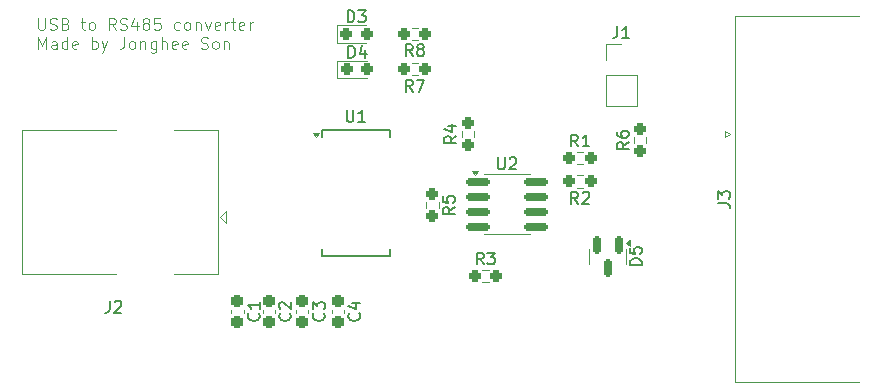
<source format=gbr>
%TF.GenerationSoftware,KiCad,Pcbnew,8.0.1*%
%TF.CreationDate,2024-05-21T16:03:15+09:00*%
%TF.ProjectId,USB-to-RS485-Converter-Small,5553422d-746f-42d5-9253-3438352d436f,1.0*%
%TF.SameCoordinates,Original*%
%TF.FileFunction,Legend,Top*%
%TF.FilePolarity,Positive*%
%FSLAX46Y46*%
G04 Gerber Fmt 4.6, Leading zero omitted, Abs format (unit mm)*
G04 Created by KiCad (PCBNEW 8.0.1) date 2024-05-21 16:03:15*
%MOMM*%
%LPD*%
G01*
G04 APERTURE LIST*
G04 Aperture macros list*
%AMRoundRect*
0 Rectangle with rounded corners*
0 $1 Rounding radius*
0 $2 $3 $4 $5 $6 $7 $8 $9 X,Y pos of 4 corners*
0 Add a 4 corners polygon primitive as box body*
4,1,4,$2,$3,$4,$5,$6,$7,$8,$9,$2,$3,0*
0 Add four circle primitives for the rounded corners*
1,1,$1+$1,$2,$3*
1,1,$1+$1,$4,$5*
1,1,$1+$1,$6,$7*
1,1,$1+$1,$8,$9*
0 Add four rect primitives between the rounded corners*
20,1,$1+$1,$2,$3,$4,$5,0*
20,1,$1+$1,$4,$5,$6,$7,0*
20,1,$1+$1,$6,$7,$8,$9,0*
20,1,$1+$1,$8,$9,$2,$3,0*%
G04 Aperture macros list end*
%ADD10C,0.100000*%
%ADD11C,0.150000*%
%ADD12C,0.120000*%
%ADD13RoundRect,0.150000X-0.150000X0.587500X-0.150000X-0.587500X0.150000X-0.587500X0.150000X0.587500X0*%
%ADD14R,1.600000X1.600000*%
%ADD15C,1.600000*%
%ADD16C,4.000000*%
%ADD17RoundRect,0.237500X-0.237500X0.300000X-0.237500X-0.300000X0.237500X-0.300000X0.237500X0.300000X0*%
%ADD18RoundRect,0.237500X0.237500X-0.250000X0.237500X0.250000X-0.237500X0.250000X-0.237500X-0.250000X0*%
%ADD19RoundRect,0.237500X-0.237500X0.250000X-0.237500X-0.250000X0.237500X-0.250000X0.237500X0.250000X0*%
%ADD20RoundRect,0.237500X0.250000X0.237500X-0.250000X0.237500X-0.250000X-0.237500X0.250000X-0.237500X0*%
%ADD21RoundRect,0.237500X-0.250000X-0.237500X0.250000X-0.237500X0.250000X0.237500X-0.250000X0.237500X0*%
%ADD22RoundRect,0.150000X-0.825000X-0.150000X0.825000X-0.150000X0.825000X0.150000X-0.825000X0.150000X0*%
%ADD23R,1.700000X1.700000*%
%ADD24O,1.700000X1.700000*%
%ADD25RoundRect,0.237500X-0.287500X-0.237500X0.287500X-0.237500X0.287500X0.237500X-0.287500X0.237500X0*%
%ADD26R,1.750000X0.450000*%
G04 APERTURE END LIST*
D10*
X110303884Y-85262475D02*
X110303884Y-86071998D01*
X110303884Y-86071998D02*
X110351503Y-86167236D01*
X110351503Y-86167236D02*
X110399122Y-86214856D01*
X110399122Y-86214856D02*
X110494360Y-86262475D01*
X110494360Y-86262475D02*
X110684836Y-86262475D01*
X110684836Y-86262475D02*
X110780074Y-86214856D01*
X110780074Y-86214856D02*
X110827693Y-86167236D01*
X110827693Y-86167236D02*
X110875312Y-86071998D01*
X110875312Y-86071998D02*
X110875312Y-85262475D01*
X111303884Y-86214856D02*
X111446741Y-86262475D01*
X111446741Y-86262475D02*
X111684836Y-86262475D01*
X111684836Y-86262475D02*
X111780074Y-86214856D01*
X111780074Y-86214856D02*
X111827693Y-86167236D01*
X111827693Y-86167236D02*
X111875312Y-86071998D01*
X111875312Y-86071998D02*
X111875312Y-85976760D01*
X111875312Y-85976760D02*
X111827693Y-85881522D01*
X111827693Y-85881522D02*
X111780074Y-85833903D01*
X111780074Y-85833903D02*
X111684836Y-85786284D01*
X111684836Y-85786284D02*
X111494360Y-85738665D01*
X111494360Y-85738665D02*
X111399122Y-85691046D01*
X111399122Y-85691046D02*
X111351503Y-85643427D01*
X111351503Y-85643427D02*
X111303884Y-85548189D01*
X111303884Y-85548189D02*
X111303884Y-85452951D01*
X111303884Y-85452951D02*
X111351503Y-85357713D01*
X111351503Y-85357713D02*
X111399122Y-85310094D01*
X111399122Y-85310094D02*
X111494360Y-85262475D01*
X111494360Y-85262475D02*
X111732455Y-85262475D01*
X111732455Y-85262475D02*
X111875312Y-85310094D01*
X112637217Y-85738665D02*
X112780074Y-85786284D01*
X112780074Y-85786284D02*
X112827693Y-85833903D01*
X112827693Y-85833903D02*
X112875312Y-85929141D01*
X112875312Y-85929141D02*
X112875312Y-86071998D01*
X112875312Y-86071998D02*
X112827693Y-86167236D01*
X112827693Y-86167236D02*
X112780074Y-86214856D01*
X112780074Y-86214856D02*
X112684836Y-86262475D01*
X112684836Y-86262475D02*
X112303884Y-86262475D01*
X112303884Y-86262475D02*
X112303884Y-85262475D01*
X112303884Y-85262475D02*
X112637217Y-85262475D01*
X112637217Y-85262475D02*
X112732455Y-85310094D01*
X112732455Y-85310094D02*
X112780074Y-85357713D01*
X112780074Y-85357713D02*
X112827693Y-85452951D01*
X112827693Y-85452951D02*
X112827693Y-85548189D01*
X112827693Y-85548189D02*
X112780074Y-85643427D01*
X112780074Y-85643427D02*
X112732455Y-85691046D01*
X112732455Y-85691046D02*
X112637217Y-85738665D01*
X112637217Y-85738665D02*
X112303884Y-85738665D01*
X113922932Y-85595808D02*
X114303884Y-85595808D01*
X114065789Y-85262475D02*
X114065789Y-86119617D01*
X114065789Y-86119617D02*
X114113408Y-86214856D01*
X114113408Y-86214856D02*
X114208646Y-86262475D01*
X114208646Y-86262475D02*
X114303884Y-86262475D01*
X114780075Y-86262475D02*
X114684837Y-86214856D01*
X114684837Y-86214856D02*
X114637218Y-86167236D01*
X114637218Y-86167236D02*
X114589599Y-86071998D01*
X114589599Y-86071998D02*
X114589599Y-85786284D01*
X114589599Y-85786284D02*
X114637218Y-85691046D01*
X114637218Y-85691046D02*
X114684837Y-85643427D01*
X114684837Y-85643427D02*
X114780075Y-85595808D01*
X114780075Y-85595808D02*
X114922932Y-85595808D01*
X114922932Y-85595808D02*
X115018170Y-85643427D01*
X115018170Y-85643427D02*
X115065789Y-85691046D01*
X115065789Y-85691046D02*
X115113408Y-85786284D01*
X115113408Y-85786284D02*
X115113408Y-86071998D01*
X115113408Y-86071998D02*
X115065789Y-86167236D01*
X115065789Y-86167236D02*
X115018170Y-86214856D01*
X115018170Y-86214856D02*
X114922932Y-86262475D01*
X114922932Y-86262475D02*
X114780075Y-86262475D01*
X116875313Y-86262475D02*
X116541980Y-85786284D01*
X116303885Y-86262475D02*
X116303885Y-85262475D01*
X116303885Y-85262475D02*
X116684837Y-85262475D01*
X116684837Y-85262475D02*
X116780075Y-85310094D01*
X116780075Y-85310094D02*
X116827694Y-85357713D01*
X116827694Y-85357713D02*
X116875313Y-85452951D01*
X116875313Y-85452951D02*
X116875313Y-85595808D01*
X116875313Y-85595808D02*
X116827694Y-85691046D01*
X116827694Y-85691046D02*
X116780075Y-85738665D01*
X116780075Y-85738665D02*
X116684837Y-85786284D01*
X116684837Y-85786284D02*
X116303885Y-85786284D01*
X117256266Y-86214856D02*
X117399123Y-86262475D01*
X117399123Y-86262475D02*
X117637218Y-86262475D01*
X117637218Y-86262475D02*
X117732456Y-86214856D01*
X117732456Y-86214856D02*
X117780075Y-86167236D01*
X117780075Y-86167236D02*
X117827694Y-86071998D01*
X117827694Y-86071998D02*
X117827694Y-85976760D01*
X117827694Y-85976760D02*
X117780075Y-85881522D01*
X117780075Y-85881522D02*
X117732456Y-85833903D01*
X117732456Y-85833903D02*
X117637218Y-85786284D01*
X117637218Y-85786284D02*
X117446742Y-85738665D01*
X117446742Y-85738665D02*
X117351504Y-85691046D01*
X117351504Y-85691046D02*
X117303885Y-85643427D01*
X117303885Y-85643427D02*
X117256266Y-85548189D01*
X117256266Y-85548189D02*
X117256266Y-85452951D01*
X117256266Y-85452951D02*
X117303885Y-85357713D01*
X117303885Y-85357713D02*
X117351504Y-85310094D01*
X117351504Y-85310094D02*
X117446742Y-85262475D01*
X117446742Y-85262475D02*
X117684837Y-85262475D01*
X117684837Y-85262475D02*
X117827694Y-85310094D01*
X118684837Y-85595808D02*
X118684837Y-86262475D01*
X118446742Y-85214856D02*
X118208647Y-85929141D01*
X118208647Y-85929141D02*
X118827694Y-85929141D01*
X119351504Y-85691046D02*
X119256266Y-85643427D01*
X119256266Y-85643427D02*
X119208647Y-85595808D01*
X119208647Y-85595808D02*
X119161028Y-85500570D01*
X119161028Y-85500570D02*
X119161028Y-85452951D01*
X119161028Y-85452951D02*
X119208647Y-85357713D01*
X119208647Y-85357713D02*
X119256266Y-85310094D01*
X119256266Y-85310094D02*
X119351504Y-85262475D01*
X119351504Y-85262475D02*
X119541980Y-85262475D01*
X119541980Y-85262475D02*
X119637218Y-85310094D01*
X119637218Y-85310094D02*
X119684837Y-85357713D01*
X119684837Y-85357713D02*
X119732456Y-85452951D01*
X119732456Y-85452951D02*
X119732456Y-85500570D01*
X119732456Y-85500570D02*
X119684837Y-85595808D01*
X119684837Y-85595808D02*
X119637218Y-85643427D01*
X119637218Y-85643427D02*
X119541980Y-85691046D01*
X119541980Y-85691046D02*
X119351504Y-85691046D01*
X119351504Y-85691046D02*
X119256266Y-85738665D01*
X119256266Y-85738665D02*
X119208647Y-85786284D01*
X119208647Y-85786284D02*
X119161028Y-85881522D01*
X119161028Y-85881522D02*
X119161028Y-86071998D01*
X119161028Y-86071998D02*
X119208647Y-86167236D01*
X119208647Y-86167236D02*
X119256266Y-86214856D01*
X119256266Y-86214856D02*
X119351504Y-86262475D01*
X119351504Y-86262475D02*
X119541980Y-86262475D01*
X119541980Y-86262475D02*
X119637218Y-86214856D01*
X119637218Y-86214856D02*
X119684837Y-86167236D01*
X119684837Y-86167236D02*
X119732456Y-86071998D01*
X119732456Y-86071998D02*
X119732456Y-85881522D01*
X119732456Y-85881522D02*
X119684837Y-85786284D01*
X119684837Y-85786284D02*
X119637218Y-85738665D01*
X119637218Y-85738665D02*
X119541980Y-85691046D01*
X120637218Y-85262475D02*
X120161028Y-85262475D01*
X120161028Y-85262475D02*
X120113409Y-85738665D01*
X120113409Y-85738665D02*
X120161028Y-85691046D01*
X120161028Y-85691046D02*
X120256266Y-85643427D01*
X120256266Y-85643427D02*
X120494361Y-85643427D01*
X120494361Y-85643427D02*
X120589599Y-85691046D01*
X120589599Y-85691046D02*
X120637218Y-85738665D01*
X120637218Y-85738665D02*
X120684837Y-85833903D01*
X120684837Y-85833903D02*
X120684837Y-86071998D01*
X120684837Y-86071998D02*
X120637218Y-86167236D01*
X120637218Y-86167236D02*
X120589599Y-86214856D01*
X120589599Y-86214856D02*
X120494361Y-86262475D01*
X120494361Y-86262475D02*
X120256266Y-86262475D01*
X120256266Y-86262475D02*
X120161028Y-86214856D01*
X120161028Y-86214856D02*
X120113409Y-86167236D01*
X122303885Y-86214856D02*
X122208647Y-86262475D01*
X122208647Y-86262475D02*
X122018171Y-86262475D01*
X122018171Y-86262475D02*
X121922933Y-86214856D01*
X121922933Y-86214856D02*
X121875314Y-86167236D01*
X121875314Y-86167236D02*
X121827695Y-86071998D01*
X121827695Y-86071998D02*
X121827695Y-85786284D01*
X121827695Y-85786284D02*
X121875314Y-85691046D01*
X121875314Y-85691046D02*
X121922933Y-85643427D01*
X121922933Y-85643427D02*
X122018171Y-85595808D01*
X122018171Y-85595808D02*
X122208647Y-85595808D01*
X122208647Y-85595808D02*
X122303885Y-85643427D01*
X122875314Y-86262475D02*
X122780076Y-86214856D01*
X122780076Y-86214856D02*
X122732457Y-86167236D01*
X122732457Y-86167236D02*
X122684838Y-86071998D01*
X122684838Y-86071998D02*
X122684838Y-85786284D01*
X122684838Y-85786284D02*
X122732457Y-85691046D01*
X122732457Y-85691046D02*
X122780076Y-85643427D01*
X122780076Y-85643427D02*
X122875314Y-85595808D01*
X122875314Y-85595808D02*
X123018171Y-85595808D01*
X123018171Y-85595808D02*
X123113409Y-85643427D01*
X123113409Y-85643427D02*
X123161028Y-85691046D01*
X123161028Y-85691046D02*
X123208647Y-85786284D01*
X123208647Y-85786284D02*
X123208647Y-86071998D01*
X123208647Y-86071998D02*
X123161028Y-86167236D01*
X123161028Y-86167236D02*
X123113409Y-86214856D01*
X123113409Y-86214856D02*
X123018171Y-86262475D01*
X123018171Y-86262475D02*
X122875314Y-86262475D01*
X123637219Y-85595808D02*
X123637219Y-86262475D01*
X123637219Y-85691046D02*
X123684838Y-85643427D01*
X123684838Y-85643427D02*
X123780076Y-85595808D01*
X123780076Y-85595808D02*
X123922933Y-85595808D01*
X123922933Y-85595808D02*
X124018171Y-85643427D01*
X124018171Y-85643427D02*
X124065790Y-85738665D01*
X124065790Y-85738665D02*
X124065790Y-86262475D01*
X124446743Y-85595808D02*
X124684838Y-86262475D01*
X124684838Y-86262475D02*
X124922933Y-85595808D01*
X125684838Y-86214856D02*
X125589600Y-86262475D01*
X125589600Y-86262475D02*
X125399124Y-86262475D01*
X125399124Y-86262475D02*
X125303886Y-86214856D01*
X125303886Y-86214856D02*
X125256267Y-86119617D01*
X125256267Y-86119617D02*
X125256267Y-85738665D01*
X125256267Y-85738665D02*
X125303886Y-85643427D01*
X125303886Y-85643427D02*
X125399124Y-85595808D01*
X125399124Y-85595808D02*
X125589600Y-85595808D01*
X125589600Y-85595808D02*
X125684838Y-85643427D01*
X125684838Y-85643427D02*
X125732457Y-85738665D01*
X125732457Y-85738665D02*
X125732457Y-85833903D01*
X125732457Y-85833903D02*
X125256267Y-85929141D01*
X126161029Y-86262475D02*
X126161029Y-85595808D01*
X126161029Y-85786284D02*
X126208648Y-85691046D01*
X126208648Y-85691046D02*
X126256267Y-85643427D01*
X126256267Y-85643427D02*
X126351505Y-85595808D01*
X126351505Y-85595808D02*
X126446743Y-85595808D01*
X126637220Y-85595808D02*
X127018172Y-85595808D01*
X126780077Y-85262475D02*
X126780077Y-86119617D01*
X126780077Y-86119617D02*
X126827696Y-86214856D01*
X126827696Y-86214856D02*
X126922934Y-86262475D01*
X126922934Y-86262475D02*
X127018172Y-86262475D01*
X127732458Y-86214856D02*
X127637220Y-86262475D01*
X127637220Y-86262475D02*
X127446744Y-86262475D01*
X127446744Y-86262475D02*
X127351506Y-86214856D01*
X127351506Y-86214856D02*
X127303887Y-86119617D01*
X127303887Y-86119617D02*
X127303887Y-85738665D01*
X127303887Y-85738665D02*
X127351506Y-85643427D01*
X127351506Y-85643427D02*
X127446744Y-85595808D01*
X127446744Y-85595808D02*
X127637220Y-85595808D01*
X127637220Y-85595808D02*
X127732458Y-85643427D01*
X127732458Y-85643427D02*
X127780077Y-85738665D01*
X127780077Y-85738665D02*
X127780077Y-85833903D01*
X127780077Y-85833903D02*
X127303887Y-85929141D01*
X128208649Y-86262475D02*
X128208649Y-85595808D01*
X128208649Y-85786284D02*
X128256268Y-85691046D01*
X128256268Y-85691046D02*
X128303887Y-85643427D01*
X128303887Y-85643427D02*
X128399125Y-85595808D01*
X128399125Y-85595808D02*
X128494363Y-85595808D01*
X110303884Y-87872419D02*
X110303884Y-86872419D01*
X110303884Y-86872419D02*
X110637217Y-87586704D01*
X110637217Y-87586704D02*
X110970550Y-86872419D01*
X110970550Y-86872419D02*
X110970550Y-87872419D01*
X111875312Y-87872419D02*
X111875312Y-87348609D01*
X111875312Y-87348609D02*
X111827693Y-87253371D01*
X111827693Y-87253371D02*
X111732455Y-87205752D01*
X111732455Y-87205752D02*
X111541979Y-87205752D01*
X111541979Y-87205752D02*
X111446741Y-87253371D01*
X111875312Y-87824800D02*
X111780074Y-87872419D01*
X111780074Y-87872419D02*
X111541979Y-87872419D01*
X111541979Y-87872419D02*
X111446741Y-87824800D01*
X111446741Y-87824800D02*
X111399122Y-87729561D01*
X111399122Y-87729561D02*
X111399122Y-87634323D01*
X111399122Y-87634323D02*
X111446741Y-87539085D01*
X111446741Y-87539085D02*
X111541979Y-87491466D01*
X111541979Y-87491466D02*
X111780074Y-87491466D01*
X111780074Y-87491466D02*
X111875312Y-87443847D01*
X112780074Y-87872419D02*
X112780074Y-86872419D01*
X112780074Y-87824800D02*
X112684836Y-87872419D01*
X112684836Y-87872419D02*
X112494360Y-87872419D01*
X112494360Y-87872419D02*
X112399122Y-87824800D01*
X112399122Y-87824800D02*
X112351503Y-87777180D01*
X112351503Y-87777180D02*
X112303884Y-87681942D01*
X112303884Y-87681942D02*
X112303884Y-87396228D01*
X112303884Y-87396228D02*
X112351503Y-87300990D01*
X112351503Y-87300990D02*
X112399122Y-87253371D01*
X112399122Y-87253371D02*
X112494360Y-87205752D01*
X112494360Y-87205752D02*
X112684836Y-87205752D01*
X112684836Y-87205752D02*
X112780074Y-87253371D01*
X113637217Y-87824800D02*
X113541979Y-87872419D01*
X113541979Y-87872419D02*
X113351503Y-87872419D01*
X113351503Y-87872419D02*
X113256265Y-87824800D01*
X113256265Y-87824800D02*
X113208646Y-87729561D01*
X113208646Y-87729561D02*
X113208646Y-87348609D01*
X113208646Y-87348609D02*
X113256265Y-87253371D01*
X113256265Y-87253371D02*
X113351503Y-87205752D01*
X113351503Y-87205752D02*
X113541979Y-87205752D01*
X113541979Y-87205752D02*
X113637217Y-87253371D01*
X113637217Y-87253371D02*
X113684836Y-87348609D01*
X113684836Y-87348609D02*
X113684836Y-87443847D01*
X113684836Y-87443847D02*
X113208646Y-87539085D01*
X114875313Y-87872419D02*
X114875313Y-86872419D01*
X114875313Y-87253371D02*
X114970551Y-87205752D01*
X114970551Y-87205752D02*
X115161027Y-87205752D01*
X115161027Y-87205752D02*
X115256265Y-87253371D01*
X115256265Y-87253371D02*
X115303884Y-87300990D01*
X115303884Y-87300990D02*
X115351503Y-87396228D01*
X115351503Y-87396228D02*
X115351503Y-87681942D01*
X115351503Y-87681942D02*
X115303884Y-87777180D01*
X115303884Y-87777180D02*
X115256265Y-87824800D01*
X115256265Y-87824800D02*
X115161027Y-87872419D01*
X115161027Y-87872419D02*
X114970551Y-87872419D01*
X114970551Y-87872419D02*
X114875313Y-87824800D01*
X115684837Y-87205752D02*
X115922932Y-87872419D01*
X116161027Y-87205752D02*
X115922932Y-87872419D01*
X115922932Y-87872419D02*
X115827694Y-88110514D01*
X115827694Y-88110514D02*
X115780075Y-88158133D01*
X115780075Y-88158133D02*
X115684837Y-88205752D01*
X117589599Y-86872419D02*
X117589599Y-87586704D01*
X117589599Y-87586704D02*
X117541980Y-87729561D01*
X117541980Y-87729561D02*
X117446742Y-87824800D01*
X117446742Y-87824800D02*
X117303885Y-87872419D01*
X117303885Y-87872419D02*
X117208647Y-87872419D01*
X118208647Y-87872419D02*
X118113409Y-87824800D01*
X118113409Y-87824800D02*
X118065790Y-87777180D01*
X118065790Y-87777180D02*
X118018171Y-87681942D01*
X118018171Y-87681942D02*
X118018171Y-87396228D01*
X118018171Y-87396228D02*
X118065790Y-87300990D01*
X118065790Y-87300990D02*
X118113409Y-87253371D01*
X118113409Y-87253371D02*
X118208647Y-87205752D01*
X118208647Y-87205752D02*
X118351504Y-87205752D01*
X118351504Y-87205752D02*
X118446742Y-87253371D01*
X118446742Y-87253371D02*
X118494361Y-87300990D01*
X118494361Y-87300990D02*
X118541980Y-87396228D01*
X118541980Y-87396228D02*
X118541980Y-87681942D01*
X118541980Y-87681942D02*
X118494361Y-87777180D01*
X118494361Y-87777180D02*
X118446742Y-87824800D01*
X118446742Y-87824800D02*
X118351504Y-87872419D01*
X118351504Y-87872419D02*
X118208647Y-87872419D01*
X118970552Y-87205752D02*
X118970552Y-87872419D01*
X118970552Y-87300990D02*
X119018171Y-87253371D01*
X119018171Y-87253371D02*
X119113409Y-87205752D01*
X119113409Y-87205752D02*
X119256266Y-87205752D01*
X119256266Y-87205752D02*
X119351504Y-87253371D01*
X119351504Y-87253371D02*
X119399123Y-87348609D01*
X119399123Y-87348609D02*
X119399123Y-87872419D01*
X120303885Y-87205752D02*
X120303885Y-88015276D01*
X120303885Y-88015276D02*
X120256266Y-88110514D01*
X120256266Y-88110514D02*
X120208647Y-88158133D01*
X120208647Y-88158133D02*
X120113409Y-88205752D01*
X120113409Y-88205752D02*
X119970552Y-88205752D01*
X119970552Y-88205752D02*
X119875314Y-88158133D01*
X120303885Y-87824800D02*
X120208647Y-87872419D01*
X120208647Y-87872419D02*
X120018171Y-87872419D01*
X120018171Y-87872419D02*
X119922933Y-87824800D01*
X119922933Y-87824800D02*
X119875314Y-87777180D01*
X119875314Y-87777180D02*
X119827695Y-87681942D01*
X119827695Y-87681942D02*
X119827695Y-87396228D01*
X119827695Y-87396228D02*
X119875314Y-87300990D01*
X119875314Y-87300990D02*
X119922933Y-87253371D01*
X119922933Y-87253371D02*
X120018171Y-87205752D01*
X120018171Y-87205752D02*
X120208647Y-87205752D01*
X120208647Y-87205752D02*
X120303885Y-87253371D01*
X120780076Y-87872419D02*
X120780076Y-86872419D01*
X121208647Y-87872419D02*
X121208647Y-87348609D01*
X121208647Y-87348609D02*
X121161028Y-87253371D01*
X121161028Y-87253371D02*
X121065790Y-87205752D01*
X121065790Y-87205752D02*
X120922933Y-87205752D01*
X120922933Y-87205752D02*
X120827695Y-87253371D01*
X120827695Y-87253371D02*
X120780076Y-87300990D01*
X122065790Y-87824800D02*
X121970552Y-87872419D01*
X121970552Y-87872419D02*
X121780076Y-87872419D01*
X121780076Y-87872419D02*
X121684838Y-87824800D01*
X121684838Y-87824800D02*
X121637219Y-87729561D01*
X121637219Y-87729561D02*
X121637219Y-87348609D01*
X121637219Y-87348609D02*
X121684838Y-87253371D01*
X121684838Y-87253371D02*
X121780076Y-87205752D01*
X121780076Y-87205752D02*
X121970552Y-87205752D01*
X121970552Y-87205752D02*
X122065790Y-87253371D01*
X122065790Y-87253371D02*
X122113409Y-87348609D01*
X122113409Y-87348609D02*
X122113409Y-87443847D01*
X122113409Y-87443847D02*
X121637219Y-87539085D01*
X122922933Y-87824800D02*
X122827695Y-87872419D01*
X122827695Y-87872419D02*
X122637219Y-87872419D01*
X122637219Y-87872419D02*
X122541981Y-87824800D01*
X122541981Y-87824800D02*
X122494362Y-87729561D01*
X122494362Y-87729561D02*
X122494362Y-87348609D01*
X122494362Y-87348609D02*
X122541981Y-87253371D01*
X122541981Y-87253371D02*
X122637219Y-87205752D01*
X122637219Y-87205752D02*
X122827695Y-87205752D01*
X122827695Y-87205752D02*
X122922933Y-87253371D01*
X122922933Y-87253371D02*
X122970552Y-87348609D01*
X122970552Y-87348609D02*
X122970552Y-87443847D01*
X122970552Y-87443847D02*
X122494362Y-87539085D01*
X124113410Y-87824800D02*
X124256267Y-87872419D01*
X124256267Y-87872419D02*
X124494362Y-87872419D01*
X124494362Y-87872419D02*
X124589600Y-87824800D01*
X124589600Y-87824800D02*
X124637219Y-87777180D01*
X124637219Y-87777180D02*
X124684838Y-87681942D01*
X124684838Y-87681942D02*
X124684838Y-87586704D01*
X124684838Y-87586704D02*
X124637219Y-87491466D01*
X124637219Y-87491466D02*
X124589600Y-87443847D01*
X124589600Y-87443847D02*
X124494362Y-87396228D01*
X124494362Y-87396228D02*
X124303886Y-87348609D01*
X124303886Y-87348609D02*
X124208648Y-87300990D01*
X124208648Y-87300990D02*
X124161029Y-87253371D01*
X124161029Y-87253371D02*
X124113410Y-87158133D01*
X124113410Y-87158133D02*
X124113410Y-87062895D01*
X124113410Y-87062895D02*
X124161029Y-86967657D01*
X124161029Y-86967657D02*
X124208648Y-86920038D01*
X124208648Y-86920038D02*
X124303886Y-86872419D01*
X124303886Y-86872419D02*
X124541981Y-86872419D01*
X124541981Y-86872419D02*
X124684838Y-86920038D01*
X125256267Y-87872419D02*
X125161029Y-87824800D01*
X125161029Y-87824800D02*
X125113410Y-87777180D01*
X125113410Y-87777180D02*
X125065791Y-87681942D01*
X125065791Y-87681942D02*
X125065791Y-87396228D01*
X125065791Y-87396228D02*
X125113410Y-87300990D01*
X125113410Y-87300990D02*
X125161029Y-87253371D01*
X125161029Y-87253371D02*
X125256267Y-87205752D01*
X125256267Y-87205752D02*
X125399124Y-87205752D01*
X125399124Y-87205752D02*
X125494362Y-87253371D01*
X125494362Y-87253371D02*
X125541981Y-87300990D01*
X125541981Y-87300990D02*
X125589600Y-87396228D01*
X125589600Y-87396228D02*
X125589600Y-87681942D01*
X125589600Y-87681942D02*
X125541981Y-87777180D01*
X125541981Y-87777180D02*
X125494362Y-87824800D01*
X125494362Y-87824800D02*
X125399124Y-87872419D01*
X125399124Y-87872419D02*
X125256267Y-87872419D01*
X126018172Y-87205752D02*
X126018172Y-87872419D01*
X126018172Y-87300990D02*
X126065791Y-87253371D01*
X126065791Y-87253371D02*
X126161029Y-87205752D01*
X126161029Y-87205752D02*
X126303886Y-87205752D01*
X126303886Y-87205752D02*
X126399124Y-87253371D01*
X126399124Y-87253371D02*
X126446743Y-87348609D01*
X126446743Y-87348609D02*
X126446743Y-87872419D01*
D11*
X161404819Y-106175594D02*
X160404819Y-106175594D01*
X160404819Y-106175594D02*
X160404819Y-105937499D01*
X160404819Y-105937499D02*
X160452438Y-105794642D01*
X160452438Y-105794642D02*
X160547676Y-105699404D01*
X160547676Y-105699404D02*
X160642914Y-105651785D01*
X160642914Y-105651785D02*
X160833390Y-105604166D01*
X160833390Y-105604166D02*
X160976247Y-105604166D01*
X160976247Y-105604166D02*
X161166723Y-105651785D01*
X161166723Y-105651785D02*
X161261961Y-105699404D01*
X161261961Y-105699404D02*
X161357200Y-105794642D01*
X161357200Y-105794642D02*
X161404819Y-105937499D01*
X161404819Y-105937499D02*
X161404819Y-106175594D01*
X160404819Y-104699404D02*
X160404819Y-105175594D01*
X160404819Y-105175594D02*
X160881009Y-105223213D01*
X160881009Y-105223213D02*
X160833390Y-105175594D01*
X160833390Y-105175594D02*
X160785771Y-105080356D01*
X160785771Y-105080356D02*
X160785771Y-104842261D01*
X160785771Y-104842261D02*
X160833390Y-104747023D01*
X160833390Y-104747023D02*
X160881009Y-104699404D01*
X160881009Y-104699404D02*
X160976247Y-104651785D01*
X160976247Y-104651785D02*
X161214342Y-104651785D01*
X161214342Y-104651785D02*
X161309580Y-104699404D01*
X161309580Y-104699404D02*
X161357200Y-104747023D01*
X161357200Y-104747023D02*
X161404819Y-104842261D01*
X161404819Y-104842261D02*
X161404819Y-105080356D01*
X161404819Y-105080356D02*
X161357200Y-105175594D01*
X161357200Y-105175594D02*
X161309580Y-105223213D01*
X116354166Y-109192319D02*
X116354166Y-109906604D01*
X116354166Y-109906604D02*
X116306547Y-110049461D01*
X116306547Y-110049461D02*
X116211309Y-110144700D01*
X116211309Y-110144700D02*
X116068452Y-110192319D01*
X116068452Y-110192319D02*
X115973214Y-110192319D01*
X116782738Y-109287557D02*
X116830357Y-109239938D01*
X116830357Y-109239938D02*
X116925595Y-109192319D01*
X116925595Y-109192319D02*
X117163690Y-109192319D01*
X117163690Y-109192319D02*
X117258928Y-109239938D01*
X117258928Y-109239938D02*
X117306547Y-109287557D01*
X117306547Y-109287557D02*
X117354166Y-109382795D01*
X117354166Y-109382795D02*
X117354166Y-109478033D01*
X117354166Y-109478033D02*
X117306547Y-109620890D01*
X117306547Y-109620890D02*
X116735119Y-110192319D01*
X116735119Y-110192319D02*
X117354166Y-110192319D01*
X134477080Y-110254166D02*
X134524700Y-110301785D01*
X134524700Y-110301785D02*
X134572319Y-110444642D01*
X134572319Y-110444642D02*
X134572319Y-110539880D01*
X134572319Y-110539880D02*
X134524700Y-110682737D01*
X134524700Y-110682737D02*
X134429461Y-110777975D01*
X134429461Y-110777975D02*
X134334223Y-110825594D01*
X134334223Y-110825594D02*
X134143747Y-110873213D01*
X134143747Y-110873213D02*
X134000890Y-110873213D01*
X134000890Y-110873213D02*
X133810414Y-110825594D01*
X133810414Y-110825594D02*
X133715176Y-110777975D01*
X133715176Y-110777975D02*
X133619938Y-110682737D01*
X133619938Y-110682737D02*
X133572319Y-110539880D01*
X133572319Y-110539880D02*
X133572319Y-110444642D01*
X133572319Y-110444642D02*
X133619938Y-110301785D01*
X133619938Y-110301785D02*
X133667557Y-110254166D01*
X133572319Y-109920832D02*
X133572319Y-109301785D01*
X133572319Y-109301785D02*
X133953271Y-109635118D01*
X133953271Y-109635118D02*
X133953271Y-109492261D01*
X133953271Y-109492261D02*
X134000890Y-109397023D01*
X134000890Y-109397023D02*
X134048509Y-109349404D01*
X134048509Y-109349404D02*
X134143747Y-109301785D01*
X134143747Y-109301785D02*
X134381842Y-109301785D01*
X134381842Y-109301785D02*
X134477080Y-109349404D01*
X134477080Y-109349404D02*
X134524700Y-109397023D01*
X134524700Y-109397023D02*
X134572319Y-109492261D01*
X134572319Y-109492261D02*
X134572319Y-109777975D01*
X134572319Y-109777975D02*
X134524700Y-109873213D01*
X134524700Y-109873213D02*
X134477080Y-109920832D01*
X145712319Y-95254166D02*
X145236128Y-95587499D01*
X145712319Y-95825594D02*
X144712319Y-95825594D01*
X144712319Y-95825594D02*
X144712319Y-95444642D01*
X144712319Y-95444642D02*
X144759938Y-95349404D01*
X144759938Y-95349404D02*
X144807557Y-95301785D01*
X144807557Y-95301785D02*
X144902795Y-95254166D01*
X144902795Y-95254166D02*
X145045652Y-95254166D01*
X145045652Y-95254166D02*
X145140890Y-95301785D01*
X145140890Y-95301785D02*
X145188509Y-95349404D01*
X145188509Y-95349404D02*
X145236128Y-95444642D01*
X145236128Y-95444642D02*
X145236128Y-95825594D01*
X145045652Y-94397023D02*
X145712319Y-94397023D01*
X144664700Y-94635118D02*
X145378985Y-94873213D01*
X145378985Y-94873213D02*
X145378985Y-94254166D01*
X145572319Y-101254166D02*
X145096128Y-101587499D01*
X145572319Y-101825594D02*
X144572319Y-101825594D01*
X144572319Y-101825594D02*
X144572319Y-101444642D01*
X144572319Y-101444642D02*
X144619938Y-101349404D01*
X144619938Y-101349404D02*
X144667557Y-101301785D01*
X144667557Y-101301785D02*
X144762795Y-101254166D01*
X144762795Y-101254166D02*
X144905652Y-101254166D01*
X144905652Y-101254166D02*
X145000890Y-101301785D01*
X145000890Y-101301785D02*
X145048509Y-101349404D01*
X145048509Y-101349404D02*
X145096128Y-101444642D01*
X145096128Y-101444642D02*
X145096128Y-101825594D01*
X144572319Y-100349404D02*
X144572319Y-100825594D01*
X144572319Y-100825594D02*
X145048509Y-100873213D01*
X145048509Y-100873213D02*
X145000890Y-100825594D01*
X145000890Y-100825594D02*
X144953271Y-100730356D01*
X144953271Y-100730356D02*
X144953271Y-100492261D01*
X144953271Y-100492261D02*
X145000890Y-100397023D01*
X145000890Y-100397023D02*
X145048509Y-100349404D01*
X145048509Y-100349404D02*
X145143747Y-100301785D01*
X145143747Y-100301785D02*
X145381842Y-100301785D01*
X145381842Y-100301785D02*
X145477080Y-100349404D01*
X145477080Y-100349404D02*
X145524700Y-100397023D01*
X145524700Y-100397023D02*
X145572319Y-100492261D01*
X145572319Y-100492261D02*
X145572319Y-100730356D01*
X145572319Y-100730356D02*
X145524700Y-100825594D01*
X145524700Y-100825594D02*
X145477080Y-100873213D01*
X128977080Y-110254166D02*
X129024700Y-110301785D01*
X129024700Y-110301785D02*
X129072319Y-110444642D01*
X129072319Y-110444642D02*
X129072319Y-110539880D01*
X129072319Y-110539880D02*
X129024700Y-110682737D01*
X129024700Y-110682737D02*
X128929461Y-110777975D01*
X128929461Y-110777975D02*
X128834223Y-110825594D01*
X128834223Y-110825594D02*
X128643747Y-110873213D01*
X128643747Y-110873213D02*
X128500890Y-110873213D01*
X128500890Y-110873213D02*
X128310414Y-110825594D01*
X128310414Y-110825594D02*
X128215176Y-110777975D01*
X128215176Y-110777975D02*
X128119938Y-110682737D01*
X128119938Y-110682737D02*
X128072319Y-110539880D01*
X128072319Y-110539880D02*
X128072319Y-110444642D01*
X128072319Y-110444642D02*
X128119938Y-110301785D01*
X128119938Y-110301785D02*
X128167557Y-110254166D01*
X129072319Y-109301785D02*
X129072319Y-109873213D01*
X129072319Y-109587499D02*
X128072319Y-109587499D01*
X128072319Y-109587499D02*
X128215176Y-109682737D01*
X128215176Y-109682737D02*
X128310414Y-109777975D01*
X128310414Y-109777975D02*
X128358033Y-109873213D01*
X156020833Y-100972319D02*
X155687500Y-100496128D01*
X155449405Y-100972319D02*
X155449405Y-99972319D01*
X155449405Y-99972319D02*
X155830357Y-99972319D01*
X155830357Y-99972319D02*
X155925595Y-100019938D01*
X155925595Y-100019938D02*
X155973214Y-100067557D01*
X155973214Y-100067557D02*
X156020833Y-100162795D01*
X156020833Y-100162795D02*
X156020833Y-100305652D01*
X156020833Y-100305652D02*
X155973214Y-100400890D01*
X155973214Y-100400890D02*
X155925595Y-100448509D01*
X155925595Y-100448509D02*
X155830357Y-100496128D01*
X155830357Y-100496128D02*
X155449405Y-100496128D01*
X156401786Y-100067557D02*
X156449405Y-100019938D01*
X156449405Y-100019938D02*
X156544643Y-99972319D01*
X156544643Y-99972319D02*
X156782738Y-99972319D01*
X156782738Y-99972319D02*
X156877976Y-100019938D01*
X156877976Y-100019938D02*
X156925595Y-100067557D01*
X156925595Y-100067557D02*
X156973214Y-100162795D01*
X156973214Y-100162795D02*
X156973214Y-100258033D01*
X156973214Y-100258033D02*
X156925595Y-100400890D01*
X156925595Y-100400890D02*
X156354167Y-100972319D01*
X156354167Y-100972319D02*
X156973214Y-100972319D01*
X148020833Y-106112319D02*
X147687500Y-105636128D01*
X147449405Y-106112319D02*
X147449405Y-105112319D01*
X147449405Y-105112319D02*
X147830357Y-105112319D01*
X147830357Y-105112319D02*
X147925595Y-105159938D01*
X147925595Y-105159938D02*
X147973214Y-105207557D01*
X147973214Y-105207557D02*
X148020833Y-105302795D01*
X148020833Y-105302795D02*
X148020833Y-105445652D01*
X148020833Y-105445652D02*
X147973214Y-105540890D01*
X147973214Y-105540890D02*
X147925595Y-105588509D01*
X147925595Y-105588509D02*
X147830357Y-105636128D01*
X147830357Y-105636128D02*
X147449405Y-105636128D01*
X148354167Y-105112319D02*
X148973214Y-105112319D01*
X148973214Y-105112319D02*
X148639881Y-105493271D01*
X148639881Y-105493271D02*
X148782738Y-105493271D01*
X148782738Y-105493271D02*
X148877976Y-105540890D01*
X148877976Y-105540890D02*
X148925595Y-105588509D01*
X148925595Y-105588509D02*
X148973214Y-105683747D01*
X148973214Y-105683747D02*
X148973214Y-105921842D01*
X148973214Y-105921842D02*
X148925595Y-106017080D01*
X148925595Y-106017080D02*
X148877976Y-106064700D01*
X148877976Y-106064700D02*
X148782738Y-106112319D01*
X148782738Y-106112319D02*
X148497024Y-106112319D01*
X148497024Y-106112319D02*
X148401786Y-106064700D01*
X148401786Y-106064700D02*
X148354167Y-106017080D01*
X149238095Y-97054819D02*
X149238095Y-97864342D01*
X149238095Y-97864342D02*
X149285714Y-97959580D01*
X149285714Y-97959580D02*
X149333333Y-98007200D01*
X149333333Y-98007200D02*
X149428571Y-98054819D01*
X149428571Y-98054819D02*
X149619047Y-98054819D01*
X149619047Y-98054819D02*
X149714285Y-98007200D01*
X149714285Y-98007200D02*
X149761904Y-97959580D01*
X149761904Y-97959580D02*
X149809523Y-97864342D01*
X149809523Y-97864342D02*
X149809523Y-97054819D01*
X150238095Y-97150057D02*
X150285714Y-97102438D01*
X150285714Y-97102438D02*
X150380952Y-97054819D01*
X150380952Y-97054819D02*
X150619047Y-97054819D01*
X150619047Y-97054819D02*
X150714285Y-97102438D01*
X150714285Y-97102438D02*
X150761904Y-97150057D01*
X150761904Y-97150057D02*
X150809523Y-97245295D01*
X150809523Y-97245295D02*
X150809523Y-97340533D01*
X150809523Y-97340533D02*
X150761904Y-97483390D01*
X150761904Y-97483390D02*
X150190476Y-98054819D01*
X150190476Y-98054819D02*
X150809523Y-98054819D01*
X142020833Y-91472319D02*
X141687500Y-90996128D01*
X141449405Y-91472319D02*
X141449405Y-90472319D01*
X141449405Y-90472319D02*
X141830357Y-90472319D01*
X141830357Y-90472319D02*
X141925595Y-90519938D01*
X141925595Y-90519938D02*
X141973214Y-90567557D01*
X141973214Y-90567557D02*
X142020833Y-90662795D01*
X142020833Y-90662795D02*
X142020833Y-90805652D01*
X142020833Y-90805652D02*
X141973214Y-90900890D01*
X141973214Y-90900890D02*
X141925595Y-90948509D01*
X141925595Y-90948509D02*
X141830357Y-90996128D01*
X141830357Y-90996128D02*
X141449405Y-90996128D01*
X142354167Y-90472319D02*
X143020833Y-90472319D01*
X143020833Y-90472319D02*
X142592262Y-91472319D01*
X159354166Y-85937319D02*
X159354166Y-86651604D01*
X159354166Y-86651604D02*
X159306547Y-86794461D01*
X159306547Y-86794461D02*
X159211309Y-86889700D01*
X159211309Y-86889700D02*
X159068452Y-86937319D01*
X159068452Y-86937319D02*
X158973214Y-86937319D01*
X160354166Y-86937319D02*
X159782738Y-86937319D01*
X160068452Y-86937319D02*
X160068452Y-85937319D01*
X160068452Y-85937319D02*
X159973214Y-86080176D01*
X159973214Y-86080176D02*
X159877976Y-86175414D01*
X159877976Y-86175414D02*
X159782738Y-86223033D01*
X160299819Y-95754166D02*
X159823628Y-96087499D01*
X160299819Y-96325594D02*
X159299819Y-96325594D01*
X159299819Y-96325594D02*
X159299819Y-95944642D01*
X159299819Y-95944642D02*
X159347438Y-95849404D01*
X159347438Y-95849404D02*
X159395057Y-95801785D01*
X159395057Y-95801785D02*
X159490295Y-95754166D01*
X159490295Y-95754166D02*
X159633152Y-95754166D01*
X159633152Y-95754166D02*
X159728390Y-95801785D01*
X159728390Y-95801785D02*
X159776009Y-95849404D01*
X159776009Y-95849404D02*
X159823628Y-95944642D01*
X159823628Y-95944642D02*
X159823628Y-96325594D01*
X159299819Y-94897023D02*
X159299819Y-95087499D01*
X159299819Y-95087499D02*
X159347438Y-95182737D01*
X159347438Y-95182737D02*
X159395057Y-95230356D01*
X159395057Y-95230356D02*
X159537914Y-95325594D01*
X159537914Y-95325594D02*
X159728390Y-95373213D01*
X159728390Y-95373213D02*
X160109342Y-95373213D01*
X160109342Y-95373213D02*
X160204580Y-95325594D01*
X160204580Y-95325594D02*
X160252200Y-95277975D01*
X160252200Y-95277975D02*
X160299819Y-95182737D01*
X160299819Y-95182737D02*
X160299819Y-94992261D01*
X160299819Y-94992261D02*
X160252200Y-94897023D01*
X160252200Y-94897023D02*
X160204580Y-94849404D01*
X160204580Y-94849404D02*
X160109342Y-94801785D01*
X160109342Y-94801785D02*
X159871247Y-94801785D01*
X159871247Y-94801785D02*
X159776009Y-94849404D01*
X159776009Y-94849404D02*
X159728390Y-94897023D01*
X159728390Y-94897023D02*
X159680771Y-94992261D01*
X159680771Y-94992261D02*
X159680771Y-95182737D01*
X159680771Y-95182737D02*
X159728390Y-95277975D01*
X159728390Y-95277975D02*
X159776009Y-95325594D01*
X159776009Y-95325594D02*
X159871247Y-95373213D01*
X136574405Y-88612319D02*
X136574405Y-87612319D01*
X136574405Y-87612319D02*
X136812500Y-87612319D01*
X136812500Y-87612319D02*
X136955357Y-87659938D01*
X136955357Y-87659938D02*
X137050595Y-87755176D01*
X137050595Y-87755176D02*
X137098214Y-87850414D01*
X137098214Y-87850414D02*
X137145833Y-88040890D01*
X137145833Y-88040890D02*
X137145833Y-88183747D01*
X137145833Y-88183747D02*
X137098214Y-88374223D01*
X137098214Y-88374223D02*
X137050595Y-88469461D01*
X137050595Y-88469461D02*
X136955357Y-88564700D01*
X136955357Y-88564700D02*
X136812500Y-88612319D01*
X136812500Y-88612319D02*
X136574405Y-88612319D01*
X138002976Y-87945652D02*
X138002976Y-88612319D01*
X137764881Y-87564700D02*
X137526786Y-88278985D01*
X137526786Y-88278985D02*
X138145833Y-88278985D01*
X156020833Y-96112319D02*
X155687500Y-95636128D01*
X155449405Y-96112319D02*
X155449405Y-95112319D01*
X155449405Y-95112319D02*
X155830357Y-95112319D01*
X155830357Y-95112319D02*
X155925595Y-95159938D01*
X155925595Y-95159938D02*
X155973214Y-95207557D01*
X155973214Y-95207557D02*
X156020833Y-95302795D01*
X156020833Y-95302795D02*
X156020833Y-95445652D01*
X156020833Y-95445652D02*
X155973214Y-95540890D01*
X155973214Y-95540890D02*
X155925595Y-95588509D01*
X155925595Y-95588509D02*
X155830357Y-95636128D01*
X155830357Y-95636128D02*
X155449405Y-95636128D01*
X156973214Y-96112319D02*
X156401786Y-96112319D01*
X156687500Y-96112319D02*
X156687500Y-95112319D01*
X156687500Y-95112319D02*
X156592262Y-95255176D01*
X156592262Y-95255176D02*
X156497024Y-95350414D01*
X156497024Y-95350414D02*
X156401786Y-95398033D01*
X137477080Y-110254166D02*
X137524700Y-110301785D01*
X137524700Y-110301785D02*
X137572319Y-110444642D01*
X137572319Y-110444642D02*
X137572319Y-110539880D01*
X137572319Y-110539880D02*
X137524700Y-110682737D01*
X137524700Y-110682737D02*
X137429461Y-110777975D01*
X137429461Y-110777975D02*
X137334223Y-110825594D01*
X137334223Y-110825594D02*
X137143747Y-110873213D01*
X137143747Y-110873213D02*
X137000890Y-110873213D01*
X137000890Y-110873213D02*
X136810414Y-110825594D01*
X136810414Y-110825594D02*
X136715176Y-110777975D01*
X136715176Y-110777975D02*
X136619938Y-110682737D01*
X136619938Y-110682737D02*
X136572319Y-110539880D01*
X136572319Y-110539880D02*
X136572319Y-110444642D01*
X136572319Y-110444642D02*
X136619938Y-110301785D01*
X136619938Y-110301785D02*
X136667557Y-110254166D01*
X136905652Y-109397023D02*
X137572319Y-109397023D01*
X136524700Y-109635118D02*
X137238985Y-109873213D01*
X137238985Y-109873213D02*
X137238985Y-109254166D01*
X131614580Y-110254166D02*
X131662200Y-110301785D01*
X131662200Y-110301785D02*
X131709819Y-110444642D01*
X131709819Y-110444642D02*
X131709819Y-110539880D01*
X131709819Y-110539880D02*
X131662200Y-110682737D01*
X131662200Y-110682737D02*
X131566961Y-110777975D01*
X131566961Y-110777975D02*
X131471723Y-110825594D01*
X131471723Y-110825594D02*
X131281247Y-110873213D01*
X131281247Y-110873213D02*
X131138390Y-110873213D01*
X131138390Y-110873213D02*
X130947914Y-110825594D01*
X130947914Y-110825594D02*
X130852676Y-110777975D01*
X130852676Y-110777975D02*
X130757438Y-110682737D01*
X130757438Y-110682737D02*
X130709819Y-110539880D01*
X130709819Y-110539880D02*
X130709819Y-110444642D01*
X130709819Y-110444642D02*
X130757438Y-110301785D01*
X130757438Y-110301785D02*
X130805057Y-110254166D01*
X130805057Y-109873213D02*
X130757438Y-109825594D01*
X130757438Y-109825594D02*
X130709819Y-109730356D01*
X130709819Y-109730356D02*
X130709819Y-109492261D01*
X130709819Y-109492261D02*
X130757438Y-109397023D01*
X130757438Y-109397023D02*
X130805057Y-109349404D01*
X130805057Y-109349404D02*
X130900295Y-109301785D01*
X130900295Y-109301785D02*
X130995533Y-109301785D01*
X130995533Y-109301785D02*
X131138390Y-109349404D01*
X131138390Y-109349404D02*
X131709819Y-109920832D01*
X131709819Y-109920832D02*
X131709819Y-109301785D01*
X136504405Y-85612319D02*
X136504405Y-84612319D01*
X136504405Y-84612319D02*
X136742500Y-84612319D01*
X136742500Y-84612319D02*
X136885357Y-84659938D01*
X136885357Y-84659938D02*
X136980595Y-84755176D01*
X136980595Y-84755176D02*
X137028214Y-84850414D01*
X137028214Y-84850414D02*
X137075833Y-85040890D01*
X137075833Y-85040890D02*
X137075833Y-85183747D01*
X137075833Y-85183747D02*
X137028214Y-85374223D01*
X137028214Y-85374223D02*
X136980595Y-85469461D01*
X136980595Y-85469461D02*
X136885357Y-85564700D01*
X136885357Y-85564700D02*
X136742500Y-85612319D01*
X136742500Y-85612319D02*
X136504405Y-85612319D01*
X137409167Y-84612319D02*
X138028214Y-84612319D01*
X138028214Y-84612319D02*
X137694881Y-84993271D01*
X137694881Y-84993271D02*
X137837738Y-84993271D01*
X137837738Y-84993271D02*
X137932976Y-85040890D01*
X137932976Y-85040890D02*
X137980595Y-85088509D01*
X137980595Y-85088509D02*
X138028214Y-85183747D01*
X138028214Y-85183747D02*
X138028214Y-85421842D01*
X138028214Y-85421842D02*
X137980595Y-85517080D01*
X137980595Y-85517080D02*
X137932976Y-85564700D01*
X137932976Y-85564700D02*
X137837738Y-85612319D01*
X137837738Y-85612319D02*
X137552024Y-85612319D01*
X137552024Y-85612319D02*
X137456786Y-85564700D01*
X137456786Y-85564700D02*
X137409167Y-85517080D01*
X167861988Y-100910833D02*
X168576273Y-100910833D01*
X168576273Y-100910833D02*
X168719130Y-100958452D01*
X168719130Y-100958452D02*
X168814369Y-101053690D01*
X168814369Y-101053690D02*
X168861988Y-101196547D01*
X168861988Y-101196547D02*
X168861988Y-101291785D01*
X167861988Y-100529880D02*
X167861988Y-99910833D01*
X167861988Y-99910833D02*
X168242940Y-100244166D01*
X168242940Y-100244166D02*
X168242940Y-100101309D01*
X168242940Y-100101309D02*
X168290559Y-100006071D01*
X168290559Y-100006071D02*
X168338178Y-99958452D01*
X168338178Y-99958452D02*
X168433416Y-99910833D01*
X168433416Y-99910833D02*
X168671511Y-99910833D01*
X168671511Y-99910833D02*
X168766749Y-99958452D01*
X168766749Y-99958452D02*
X168814369Y-100006071D01*
X168814369Y-100006071D02*
X168861988Y-100101309D01*
X168861988Y-100101309D02*
X168861988Y-100387023D01*
X168861988Y-100387023D02*
X168814369Y-100482261D01*
X168814369Y-100482261D02*
X168766749Y-100529880D01*
X142020833Y-88472319D02*
X141687500Y-87996128D01*
X141449405Y-88472319D02*
X141449405Y-87472319D01*
X141449405Y-87472319D02*
X141830357Y-87472319D01*
X141830357Y-87472319D02*
X141925595Y-87519938D01*
X141925595Y-87519938D02*
X141973214Y-87567557D01*
X141973214Y-87567557D02*
X142020833Y-87662795D01*
X142020833Y-87662795D02*
X142020833Y-87805652D01*
X142020833Y-87805652D02*
X141973214Y-87900890D01*
X141973214Y-87900890D02*
X141925595Y-87948509D01*
X141925595Y-87948509D02*
X141830357Y-87996128D01*
X141830357Y-87996128D02*
X141449405Y-87996128D01*
X142592262Y-87900890D02*
X142497024Y-87853271D01*
X142497024Y-87853271D02*
X142449405Y-87805652D01*
X142449405Y-87805652D02*
X142401786Y-87710414D01*
X142401786Y-87710414D02*
X142401786Y-87662795D01*
X142401786Y-87662795D02*
X142449405Y-87567557D01*
X142449405Y-87567557D02*
X142497024Y-87519938D01*
X142497024Y-87519938D02*
X142592262Y-87472319D01*
X142592262Y-87472319D02*
X142782738Y-87472319D01*
X142782738Y-87472319D02*
X142877976Y-87519938D01*
X142877976Y-87519938D02*
X142925595Y-87567557D01*
X142925595Y-87567557D02*
X142973214Y-87662795D01*
X142973214Y-87662795D02*
X142973214Y-87710414D01*
X142973214Y-87710414D02*
X142925595Y-87805652D01*
X142925595Y-87805652D02*
X142877976Y-87853271D01*
X142877976Y-87853271D02*
X142782738Y-87900890D01*
X142782738Y-87900890D02*
X142592262Y-87900890D01*
X142592262Y-87900890D02*
X142497024Y-87948509D01*
X142497024Y-87948509D02*
X142449405Y-87996128D01*
X142449405Y-87996128D02*
X142401786Y-88091366D01*
X142401786Y-88091366D02*
X142401786Y-88281842D01*
X142401786Y-88281842D02*
X142449405Y-88377080D01*
X142449405Y-88377080D02*
X142497024Y-88424700D01*
X142497024Y-88424700D02*
X142592262Y-88472319D01*
X142592262Y-88472319D02*
X142782738Y-88472319D01*
X142782738Y-88472319D02*
X142877976Y-88424700D01*
X142877976Y-88424700D02*
X142925595Y-88377080D01*
X142925595Y-88377080D02*
X142973214Y-88281842D01*
X142973214Y-88281842D02*
X142973214Y-88091366D01*
X142973214Y-88091366D02*
X142925595Y-87996128D01*
X142925595Y-87996128D02*
X142877976Y-87948509D01*
X142877976Y-87948509D02*
X142782738Y-87900890D01*
X136425595Y-93042319D02*
X136425595Y-93851842D01*
X136425595Y-93851842D02*
X136473214Y-93947080D01*
X136473214Y-93947080D02*
X136520833Y-93994700D01*
X136520833Y-93994700D02*
X136616071Y-94042319D01*
X136616071Y-94042319D02*
X136806547Y-94042319D01*
X136806547Y-94042319D02*
X136901785Y-93994700D01*
X136901785Y-93994700D02*
X136949404Y-93947080D01*
X136949404Y-93947080D02*
X136997023Y-93851842D01*
X136997023Y-93851842D02*
X136997023Y-93042319D01*
X137997023Y-94042319D02*
X137425595Y-94042319D01*
X137711309Y-94042319D02*
X137711309Y-93042319D01*
X137711309Y-93042319D02*
X137616071Y-93185176D01*
X137616071Y-93185176D02*
X137520833Y-93280414D01*
X137520833Y-93280414D02*
X137425595Y-93328033D01*
D12*
%TO.C,D5*%
X156990000Y-105437500D02*
X156990000Y-104787500D01*
X156990000Y-105437500D02*
X156990000Y-106087500D01*
X160110000Y-105437500D02*
X160110000Y-104787500D01*
X160110000Y-105437500D02*
X160110000Y-106087500D01*
X160390000Y-104515000D02*
X160060000Y-104275000D01*
X160390000Y-104035000D01*
X160390000Y-104515000D01*
G36*
X160390000Y-104515000D02*
G01*
X160060000Y-104275000D01*
X160390000Y-104035000D01*
X160390000Y-104515000D01*
G37*
%TO.C,J2*%
X108917500Y-94727500D02*
X108917500Y-106947500D01*
X108917500Y-94727500D02*
X116887500Y-94727500D01*
X108917500Y-106947500D02*
X116887500Y-106947500D01*
X125537500Y-94727500D02*
X121787500Y-94727500D01*
X125537500Y-94727500D02*
X125537500Y-106947500D01*
X125537500Y-106947500D02*
X121787500Y-106947500D01*
X125737500Y-102087500D02*
X126237500Y-102587500D01*
X126237500Y-101587500D02*
X125737500Y-102087500D01*
X126237500Y-102587500D02*
X126237500Y-101587500D01*
%TO.C,C3*%
X132177500Y-109941233D02*
X132177500Y-110233767D01*
X133197500Y-109941233D02*
X133197500Y-110233767D01*
%TO.C,R4*%
X146165000Y-95342224D02*
X146165000Y-94832776D01*
X147210000Y-95342224D02*
X147210000Y-94832776D01*
%TO.C,R5*%
X143165000Y-100832776D02*
X143165000Y-101342224D01*
X144210000Y-100832776D02*
X144210000Y-101342224D01*
%TO.C,C1*%
X126677500Y-109941233D02*
X126677500Y-110233767D01*
X127697500Y-109941233D02*
X127697500Y-110233767D01*
%TO.C,R2*%
X156442224Y-98565000D02*
X155932776Y-98565000D01*
X156442224Y-99610000D02*
X155932776Y-99610000D01*
%TO.C,R3*%
X147932776Y-106565000D02*
X148442224Y-106565000D01*
X147932776Y-107610000D02*
X148442224Y-107610000D01*
%TO.C,U2*%
X150000000Y-98440000D02*
X148050000Y-98440000D01*
X150000000Y-98440000D02*
X151950000Y-98440000D01*
X150000000Y-103560000D02*
X148050000Y-103560000D01*
X150000000Y-103560000D02*
X151950000Y-103560000D01*
X147300000Y-98535000D02*
X147060000Y-98205000D01*
X147540000Y-98205000D01*
X147300000Y-98535000D01*
G36*
X147300000Y-98535000D02*
G01*
X147060000Y-98205000D01*
X147540000Y-98205000D01*
X147300000Y-98535000D01*
G37*
%TO.C,R7*%
X142442224Y-89065000D02*
X141932776Y-89065000D01*
X142442224Y-90110000D02*
X141932776Y-90110000D01*
%TO.C,J1*%
X158357500Y-87482500D02*
X159687500Y-87482500D01*
X158357500Y-88812500D02*
X158357500Y-87482500D01*
X158357500Y-90082500D02*
X158357500Y-92682500D01*
X158357500Y-90082500D02*
X161017500Y-90082500D01*
X158357500Y-92682500D02*
X161017500Y-92682500D01*
X161017500Y-90082500D02*
X161017500Y-92682500D01*
%TO.C,R6*%
X160752500Y-95842224D02*
X160752500Y-95332776D01*
X161797500Y-95842224D02*
X161797500Y-95332776D01*
%TO.C,D4*%
X135652500Y-88852500D02*
X135652500Y-90322500D01*
X135652500Y-90322500D02*
X138112500Y-90322500D01*
X138112500Y-88852500D02*
X135652500Y-88852500D01*
%TO.C,R1*%
X155932776Y-96565000D02*
X156442224Y-96565000D01*
X155932776Y-97610000D02*
X156442224Y-97610000D01*
%TO.C,C4*%
X135177500Y-109941233D02*
X135177500Y-110233767D01*
X136197500Y-109941233D02*
X136197500Y-110233767D01*
%TO.C,C2*%
X129315000Y-109941233D02*
X129315000Y-110233767D01*
X130335000Y-109941233D02*
X130335000Y-110233767D01*
%TO.C,D3*%
X135582500Y-85852500D02*
X135582500Y-87322500D01*
X135582500Y-87322500D02*
X138042500Y-87322500D01*
X138042500Y-85852500D02*
X135582500Y-85852500D01*
%TO.C,J3*%
X168452831Y-94787500D02*
X168885844Y-95037500D01*
X168452831Y-95287500D02*
X168452831Y-94787500D01*
X168885844Y-95037500D02*
X168452831Y-95287500D01*
X169347169Y-85092500D02*
X179827169Y-85092500D01*
X169347169Y-116062500D02*
X169347169Y-85092500D01*
X179827169Y-116062500D02*
X169347169Y-116062500D01*
%TO.C,R8*%
X142442224Y-86065000D02*
X141932776Y-86065000D01*
X142442224Y-87110000D02*
X141932776Y-87110000D01*
D11*
%TO.C,U1*%
X134312500Y-94762500D02*
X134312500Y-95337500D01*
X134312500Y-94762500D02*
X140062500Y-94762500D01*
X134312500Y-104837500D02*
X134312500Y-105412500D01*
X134312500Y-105412500D02*
X140062500Y-105412500D01*
X140062500Y-94762500D02*
X140062500Y-95337500D01*
X140062500Y-104837500D02*
X140062500Y-105412500D01*
D12*
X133812500Y-95337500D02*
X133572500Y-95007500D01*
X134052500Y-95007500D01*
X133812500Y-95337500D01*
G36*
X133812500Y-95337500D02*
G01*
X133572500Y-95007500D01*
X134052500Y-95007500D01*
X133812500Y-95337500D01*
G37*
%TD*%
%LPC*%
D13*
%TO.C,D5*%
X159500000Y-104500000D03*
X157600000Y-104500000D03*
X158550000Y-106375000D03*
%TD*%
D14*
%TO.C,J2*%
X124187500Y-102087500D03*
D15*
X124187500Y-99587500D03*
X122187500Y-99587500D03*
X122187500Y-102087500D03*
D16*
X119327500Y-106837500D03*
X119327500Y-94837500D03*
%TD*%
D17*
%TO.C,C3*%
X132687500Y-109225000D03*
X132687500Y-110950000D03*
%TD*%
D18*
%TO.C,R4*%
X146687500Y-96000000D03*
X146687500Y-94175000D03*
%TD*%
D19*
%TO.C,R5*%
X143687500Y-100175000D03*
X143687500Y-102000000D03*
%TD*%
D17*
%TO.C,C1*%
X127187500Y-109225000D03*
X127187500Y-110950000D03*
%TD*%
D20*
%TO.C,R2*%
X157100000Y-99087500D03*
X155275000Y-99087500D03*
%TD*%
D21*
%TO.C,R3*%
X147275000Y-107087500D03*
X149100000Y-107087500D03*
%TD*%
D22*
%TO.C,U2*%
X147525000Y-99095000D03*
X147525000Y-100365000D03*
X147525000Y-101635000D03*
X147525000Y-102905000D03*
X152475000Y-102905000D03*
X152475000Y-101635000D03*
X152475000Y-100365000D03*
X152475000Y-99095000D03*
%TD*%
D20*
%TO.C,R7*%
X143100000Y-89587500D03*
X141275000Y-89587500D03*
%TD*%
D23*
%TO.C,J1*%
X159687500Y-88812500D03*
D24*
X159687500Y-91352500D03*
%TD*%
D18*
%TO.C,R6*%
X161275000Y-96500000D03*
X161275000Y-94675000D03*
%TD*%
D25*
%TO.C,D4*%
X136437500Y-89587500D03*
X138187500Y-89587500D03*
%TD*%
D21*
%TO.C,R1*%
X155275000Y-97087500D03*
X157100000Y-97087500D03*
%TD*%
D17*
%TO.C,C4*%
X135687500Y-109225000D03*
X135687500Y-110950000D03*
%TD*%
%TO.C,C2*%
X129825000Y-109225000D03*
X129825000Y-110950000D03*
%TD*%
D25*
%TO.C,D3*%
X136367500Y-86587500D03*
X138117500Y-86587500D03*
%TD*%
D16*
%TO.C,J3*%
X172407169Y-113077500D03*
X172407169Y-88077500D03*
D14*
X172107169Y-95037500D03*
D15*
X172107169Y-97807500D03*
X172107169Y-100577500D03*
X172107169Y-103347500D03*
X172107169Y-106117500D03*
X174947169Y-96422500D03*
X174947169Y-99192500D03*
X174947169Y-101962500D03*
X174947169Y-104732500D03*
%TD*%
D20*
%TO.C,R8*%
X143100000Y-86587500D03*
X141275000Y-86587500D03*
%TD*%
D26*
%TO.C,U1*%
X133587500Y-95862500D03*
X133587500Y-96512500D03*
X133587500Y-97162500D03*
X133587500Y-97812500D03*
X133587500Y-98462500D03*
X133587500Y-99112500D03*
X133587500Y-99762500D03*
X133587500Y-100412500D03*
X133587500Y-101062500D03*
X133587500Y-101712500D03*
X133587500Y-102362500D03*
X133587500Y-103012500D03*
X133587500Y-103662500D03*
X133587500Y-104312500D03*
X140787500Y-104312500D03*
X140787500Y-103662500D03*
X140787500Y-103012500D03*
X140787500Y-102362500D03*
X140787500Y-101712500D03*
X140787500Y-101062500D03*
X140787500Y-100412500D03*
X140787500Y-99762500D03*
X140787500Y-99112500D03*
X140787500Y-98462500D03*
X140787500Y-97812500D03*
X140787500Y-97162500D03*
X140787500Y-96512500D03*
X140787500Y-95862500D03*
%TD*%
%LPD*%
M02*

</source>
